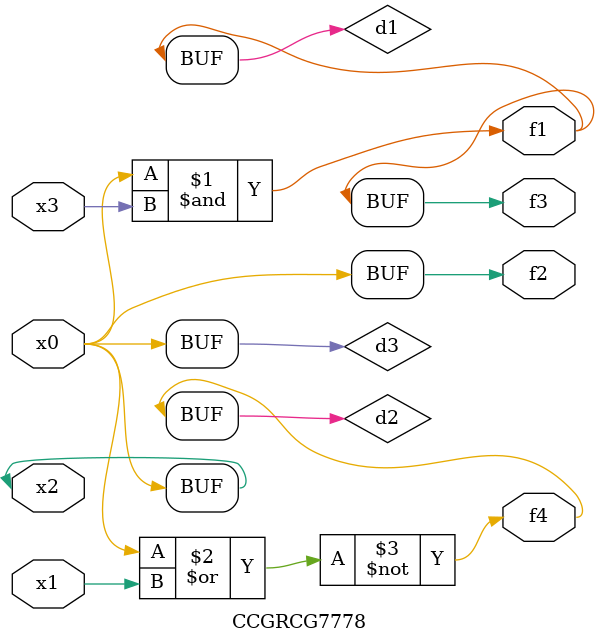
<source format=v>
module CCGRCG7778(
	input x0, x1, x2, x3,
	output f1, f2, f3, f4
);

	wire d1, d2, d3;

	and (d1, x2, x3);
	nor (d2, x0, x1);
	buf (d3, x0, x2);
	assign f1 = d1;
	assign f2 = d3;
	assign f3 = d1;
	assign f4 = d2;
endmodule

</source>
